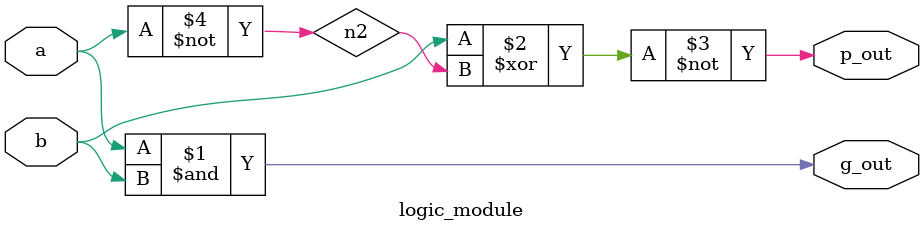
<source format=v>
module logic_module (a, b, g_out, p_out);
  input a, b;
  output g_out, p_out;
  wire n2;

  not inv1 (n2, a);
  and (g_out, a, b);
  xnor (p_out, b, n2);

endmodule
</source>
